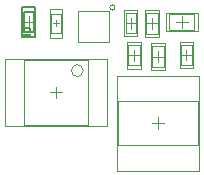
<source format=gko>
G04*
G04 #@! TF.GenerationSoftware,Altium Limited,Altium Designer,20.1.14 (287)*
G04*
G04 Layer_Color=16711935*
%FSLAX25Y25*%
%MOIN*%
G70*
G04*
G04 #@! TF.SameCoordinates,9C775A95-74D9-42A9-9095-0644BA664AF2*
G04*
G04*
G04 #@! TF.FilePolarity,Positive*
G04*
G01*
G75*
%ADD12C,0.00787*%
%ADD14C,0.00500*%
%ADD16C,0.00394*%
%ADD17C,0.00394*%
%ADD18C,0.00197*%
D12*
X239772Y446894D02*
X236228D01*
X239772Y440201D02*
Y446894D01*
Y440201D02*
X236228D01*
Y446894D01*
X240165Y448468D02*
X235835D01*
X240165Y438626D02*
Y448468D01*
Y438626D02*
X235835D01*
Y448468D01*
X240165D02*
X235835D01*
X240165Y438626D02*
Y448468D01*
Y438626D02*
X235835D01*
Y448468D01*
D14*
X236242Y441547D02*
X238241D01*
Y440548D01*
X237908Y440214D01*
X236575D01*
X236242Y440548D01*
Y441547D01*
X238241Y439548D02*
Y438881D01*
Y439215D01*
X236242D01*
X236575Y439548D01*
D16*
X264919Y448299D02*
G03*
X264919Y448299I880J0D01*
G01*
X264618Y447118D02*
X254382D01*
Y436882D02*
Y447118D01*
X264618Y436882D02*
X254382D01*
X264618D02*
Y447118D01*
D17*
X252118Y427283D02*
G03*
X252118Y427283I1969J0D01*
G01*
X293185Y440744D02*
Y446256D01*
X284720Y440744D02*
Y446256D01*
X293185D02*
X284720D01*
X293185Y440744D02*
X284720D01*
X282870Y435386D02*
X279130D01*
X282870Y428496D02*
X279130D01*
Y435386D01*
X282870Y428496D02*
Y435386D01*
X280870Y446445D02*
X277130D01*
X280870Y439555D02*
X277130D01*
Y446445D01*
X280870Y439555D02*
Y446445D01*
X294189Y417004D02*
X267811D01*
X294189Y402437D02*
X267811D01*
Y417004D01*
X294189Y402437D02*
Y417004D01*
X273772Y439654D02*
Y446346D01*
X270228Y439654D02*
Y446346D01*
X273772Y439654D02*
X270228D01*
X273772Y446346D02*
X270228D01*
X292272Y429154D02*
Y435846D01*
X288728Y429154D02*
Y435846D01*
X292272Y429154D02*
X288728D01*
X292272Y435846D02*
X288728D01*
X245425Y439898D02*
Y446197D01*
X248575Y439898D02*
Y446197D01*
X245425D01*
X248575Y439898D02*
X245425D01*
X274870Y428996D02*
X271130D01*
X274870Y435886D02*
X271130D01*
X274870Y428996D02*
Y435886D01*
X271130Y428996D02*
Y435886D01*
X257630Y409173D02*
X236370D01*
X257630Y430827D02*
X236370D01*
Y409173D02*
Y430827D01*
X257630Y409173D02*
Y430827D01*
X290921Y443500D02*
X286984D01*
X288953Y441532D02*
Y445469D01*
X281000Y430071D02*
Y433811D01*
X282870Y431941D02*
X279130D01*
X279000Y441130D02*
Y444870D01*
X280870Y443000D02*
X277130D01*
X281000Y407752D02*
Y411689D01*
X282968Y409720D02*
X279031D01*
X273772Y443000D02*
X270228D01*
X272000Y441228D02*
Y444772D01*
X292272Y432500D02*
X288728D01*
X290500Y430728D02*
Y434272D01*
X247000Y442063D02*
Y444031D01*
X247984Y443047D02*
X246016D01*
X273000Y430571D02*
Y434311D01*
X274870Y432441D02*
X271130D01*
X247000Y418032D02*
Y421969D01*
X248968Y420000D02*
X245031D01*
X239968Y443547D02*
X236031D01*
X238000Y441579D02*
Y445516D01*
D18*
X294268Y440350D02*
Y446650D01*
X283638Y440350D02*
Y446650D01*
X294268D02*
X283638D01*
X294268Y440350D02*
X283638D01*
X283362Y436469D02*
X278638D01*
X283362Y427413D02*
X278638D01*
Y436469D01*
X283362Y427413D02*
Y436469D01*
X281362Y447528D02*
X276638D01*
X281362Y438472D02*
X276638D01*
Y447528D01*
X281362Y438472D02*
Y447528D01*
X294583Y425469D02*
X267417D01*
X294583Y393972D02*
X267417D01*
Y425469D01*
X294583Y393972D02*
Y425469D01*
X274165Y438669D02*
Y447331D01*
X269835Y438669D02*
Y447331D01*
X274165Y438669D02*
X269835D01*
X274165Y447331D02*
X269835D01*
X292665Y428169D02*
Y436831D01*
X288335Y428169D02*
Y436831D01*
X292665Y428169D02*
X288335D01*
X292665Y436831D02*
X288335D01*
X248968Y447969D02*
X245031D01*
Y438126D02*
Y447969D01*
X248968Y438126D02*
Y447969D01*
Y438126D02*
X245031D01*
X275362Y427913D02*
X270638D01*
X275362Y436969D02*
X270638D01*
X275362Y427913D02*
Y436969D01*
X270638Y427913D02*
Y436969D01*
X263929Y408780D02*
X230071D01*
X263929Y431220D02*
X230071D01*
Y408780D02*
Y431220D01*
X263929Y408780D02*
Y431220D01*
M02*

</source>
